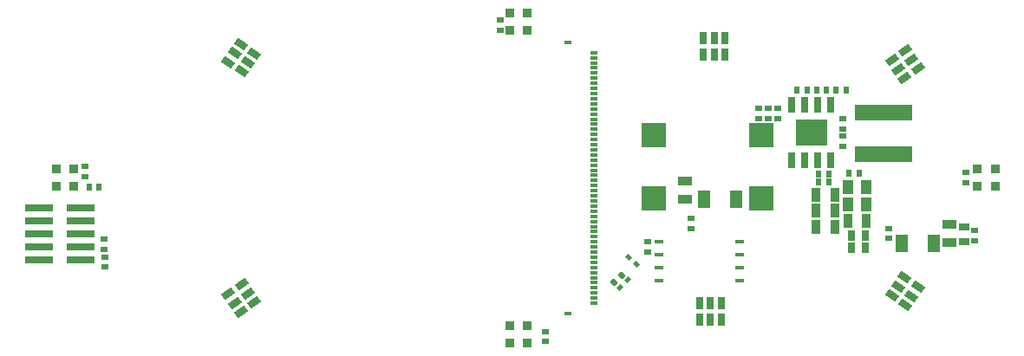
<source format=gbp>
G04*
G04 #@! TF.GenerationSoftware,Altium Limited,Altium Designer,25.7.1 (20)*
G04*
G04 Layer_Color=128*
%FSLAX44Y44*%
%MOMM*%
G71*
G04*
G04 #@! TF.SameCoordinates,0BC58763-356E-4A0F-A031-124E3283D0B1*
G04*
G04*
G04 #@! TF.FilePolarity,Positive*
G04*
G01*
G75*
G04:AMPARAMS|DCode=20|XSize=0.55mm|YSize=0.65mm|CornerRadius=0.055mm|HoleSize=0mm|Usage=FLASHONLY|Rotation=270.000|XOffset=0mm|YOffset=0mm|HoleType=Round|Shape=RoundedRectangle|*
%AMROUNDEDRECTD20*
21,1,0.5500,0.5400,0,0,270.0*
21,1,0.4400,0.6500,0,0,270.0*
1,1,0.1100,-0.2700,-0.2200*
1,1,0.1100,-0.2700,0.2200*
1,1,0.1100,0.2700,0.2200*
1,1,0.1100,0.2700,-0.2200*
%
%ADD20ROUNDEDRECTD20*%
G04:AMPARAMS|DCode=22|XSize=0.55mm|YSize=0.65mm|CornerRadius=0.055mm|HoleSize=0mm|Usage=FLASHONLY|Rotation=0.000|XOffset=0mm|YOffset=0mm|HoleType=Round|Shape=RoundedRectangle|*
%AMROUNDEDRECTD22*
21,1,0.5500,0.5400,0,0,0.0*
21,1,0.4400,0.6500,0,0,0.0*
1,1,0.1100,0.2200,-0.2700*
1,1,0.1100,-0.2200,-0.2700*
1,1,0.1100,-0.2200,0.2700*
1,1,0.1100,0.2200,0.2700*
%
%ADD22ROUNDEDRECTD22*%
G04:AMPARAMS|DCode=26|XSize=0.55mm|YSize=0.65mm|CornerRadius=0.055mm|HoleSize=0mm|Usage=FLASHONLY|Rotation=45.000|XOffset=0mm|YOffset=0mm|HoleType=Round|Shape=RoundedRectangle|*
%AMROUNDEDRECTD26*
21,1,0.5500,0.5400,0,0,45.0*
21,1,0.4400,0.6500,0,0,45.0*
1,1,0.1100,0.3465,-0.0354*
1,1,0.1100,0.0354,-0.3465*
1,1,0.1100,-0.3465,0.0354*
1,1,0.1100,-0.0354,0.3465*
%
%ADD26ROUNDEDRECTD26*%
G04:AMPARAMS|DCode=31|XSize=0.9mm|YSize=1.4mm|CornerRadius=0.09mm|HoleSize=0mm|Usage=FLASHONLY|Rotation=270.000|XOffset=0mm|YOffset=0mm|HoleType=Round|Shape=RoundedRectangle|*
%AMROUNDEDRECTD31*
21,1,0.9000,1.2200,0,0,270.0*
21,1,0.7200,1.4000,0,0,270.0*
1,1,0.1800,-0.6100,-0.3600*
1,1,0.1800,-0.6100,0.3600*
1,1,0.1800,0.6100,0.3600*
1,1,0.1800,0.6100,-0.3600*
%
%ADD31ROUNDEDRECTD31*%
G04:AMPARAMS|DCode=32|XSize=0.7mm|YSize=1mm|CornerRadius=0.07mm|HoleSize=0mm|Usage=FLASHONLY|Rotation=270.000|XOffset=0mm|YOffset=0mm|HoleType=Round|Shape=RoundedRectangle|*
%AMROUNDEDRECTD32*
21,1,0.7000,0.8600,0,0,270.0*
21,1,0.5600,1.0000,0,0,270.0*
1,1,0.1400,-0.4300,-0.2800*
1,1,0.1400,-0.4300,0.2800*
1,1,0.1400,0.4300,0.2800*
1,1,0.1400,0.4300,-0.2800*
%
%ADD32ROUNDEDRECTD32*%
G04:AMPARAMS|DCode=37|XSize=0.7mm|YSize=1mm|CornerRadius=0.07mm|HoleSize=0mm|Usage=FLASHONLY|Rotation=180.000|XOffset=0mm|YOffset=0mm|HoleType=Round|Shape=RoundedRectangle|*
%AMROUNDEDRECTD37*
21,1,0.7000,0.8600,0,0,180.0*
21,1,0.5600,1.0000,0,0,180.0*
1,1,0.1400,-0.2800,0.4300*
1,1,0.1400,0.2800,0.4300*
1,1,0.1400,0.2800,-0.4300*
1,1,0.1400,-0.2800,-0.4300*
%
%ADD37ROUNDEDRECTD37*%
G04:AMPARAMS|DCode=38|XSize=0.9mm|YSize=1.4mm|CornerRadius=0.09mm|HoleSize=0mm|Usage=FLASHONLY|Rotation=180.000|XOffset=0mm|YOffset=0mm|HoleType=Round|Shape=RoundedRectangle|*
%AMROUNDEDRECTD38*
21,1,0.9000,1.2200,0,0,180.0*
21,1,0.7200,1.4000,0,0,180.0*
1,1,0.1800,-0.3600,0.6100*
1,1,0.1800,0.3600,0.6100*
1,1,0.1800,0.3600,-0.6100*
1,1,0.1800,-0.3600,-0.6100*
%
%ADD38ROUNDEDRECTD38*%
%ADD43R,0.8000X0.3000*%
G04:AMPARAMS|DCode=109|XSize=0.7mm|YSize=1.2mm|CornerRadius=0mm|HoleSize=0mm|Usage=FLASHONLY|Rotation=125.000|XOffset=0mm|YOffset=0mm|HoleType=Round|Shape=Rectangle|*
%AMROTATEDRECTD109*
4,1,4,0.6922,0.0574,-0.2907,-0.6309,-0.6922,-0.0574,0.2907,0.6309,0.6922,0.0574,0.0*
%
%ADD109ROTATEDRECTD109*%

%ADD110R,0.7000X1.2000*%
%ADD111R,0.9000X0.9000*%
%ADD112R,1.1500X1.8000*%
G04:AMPARAMS|DCode=113|XSize=0.7mm|YSize=1.2mm|CornerRadius=0mm|HoleSize=0mm|Usage=FLASHONLY|Rotation=55.000|XOffset=0mm|YOffset=0mm|HoleType=Round|Shape=Rectangle|*
%AMROTATEDRECTD113*
4,1,4,0.2907,-0.6309,-0.6922,0.0574,-0.2907,0.6309,0.6922,-0.0574,0.2907,-0.6309,0.0*
%
%ADD113ROTATEDRECTD113*%

%ADD114R,0.8500X0.4500*%
%ADD115R,0.9000X0.9000*%
%ADD116R,2.7900X0.7400*%
%ADD117R,2.4500X2.3500*%
G04:AMPARAMS|DCode=118|XSize=0.5mm|YSize=0.42mm|CornerRadius=0mm|HoleSize=0mm|Usage=FLASHONLY|Rotation=315.000|XOffset=0mm|YOffset=0mm|HoleType=Round|Shape=Rectangle|*
%AMROTATEDRECTD118*
4,1,4,-0.3253,0.0283,-0.0283,0.3253,0.3253,-0.0283,0.0283,-0.3253,-0.3253,0.0283,0.0*
%
%ADD118ROTATEDRECTD118*%

G04:AMPARAMS|DCode=119|XSize=0.5mm|YSize=0.42mm|CornerRadius=0mm|HoleSize=0mm|Usage=FLASHONLY|Rotation=45.000|XOffset=0mm|YOffset=0mm|HoleType=Round|Shape=Rectangle|*
%AMROTATEDRECTD119*
4,1,4,-0.0283,-0.3253,-0.3253,-0.0283,0.0283,0.3253,0.3253,0.0283,-0.0283,-0.3253,0.0*
%
%ADD119ROTATEDRECTD119*%

%ADD120R,3.1000X2.6000*%
%ADD121R,0.6500X1.5250*%
%ADD122R,1.1000X1.4500*%
%ADD123R,5.6000X1.5500*%
%ADD124R,0.8000X0.4000*%
D20*
X929949Y5028D02*
D03*
X661453Y-39538D02*
D03*
X938934Y-61546D02*
D03*
X619438Y-62506D02*
D03*
X519390Y-150152D02*
D03*
X475051Y143972D02*
D03*
X70223Y1201D02*
D03*
X929950Y-4976D02*
D03*
X519392Y-160156D02*
D03*
X89093Y-87284D02*
D03*
X88750Y-60222D02*
D03*
X70222Y11205D02*
D03*
X475050Y153976D02*
D03*
X619439Y-72511D02*
D03*
X727972Y57706D02*
D03*
X855072Y-49342D02*
D03*
X810073Y30654D02*
D03*
X938933Y-51542D02*
D03*
X810072Y40658D02*
D03*
X855073Y-59346D02*
D03*
X810073Y47654D02*
D03*
X810072Y57658D02*
D03*
X746072Y67658D02*
D03*
X746073Y57654D02*
D03*
X737072Y67658D02*
D03*
X737073Y57654D02*
D03*
X727971Y67710D02*
D03*
X661454Y-49542D02*
D03*
X88750Y-70226D02*
D03*
X89093Y-77280D02*
D03*
D22*
X73722Y-9000D02*
D03*
X765046Y85732D02*
D03*
X795998Y-4368D02*
D03*
X795998Y3632D02*
D03*
X815702Y4915D02*
D03*
X825706Y4916D02*
D03*
X785994Y3631D02*
D03*
Y-4369D02*
D03*
X803046Y85732D02*
D03*
X813050Y85733D02*
D03*
X784046Y85732D02*
D03*
X794050Y85733D02*
D03*
X775050D02*
D03*
X83726Y-9000D02*
D03*
D26*
X593729Y-95194D02*
D03*
X586656Y-102268D02*
D03*
D31*
X914022Y-63318D02*
D03*
X656022Y-3318D02*
D03*
X914022Y-45318D02*
D03*
X656022Y-21318D02*
D03*
D32*
X928067Y-62351D02*
D03*
Y-48351D02*
D03*
D37*
X818022Y-56318D02*
D03*
Y-68318D02*
D03*
X832022D02*
D03*
Y-56318D02*
D03*
D38*
X802022Y-48318D02*
D03*
Y-32318D02*
D03*
Y-16318D02*
D03*
X815022Y-42318D02*
D03*
X833022D02*
D03*
X784022Y-16318D02*
D03*
Y-32318D02*
D03*
Y-48318D02*
D03*
D43*
X566572Y-117588D02*
D03*
X566572Y-112588D02*
D03*
Y-122588D02*
D03*
Y-107588D02*
D03*
Y-102588D02*
D03*
Y-97588D02*
D03*
X566572Y-92588D02*
D03*
Y-87588D02*
D03*
X566572Y-82588D02*
D03*
Y-77588D02*
D03*
Y-72588D02*
D03*
Y-67588D02*
D03*
Y-62588D02*
D03*
Y-57588D02*
D03*
X566572Y-52588D02*
D03*
Y-47588D02*
D03*
X566572Y-42588D02*
D03*
Y-37588D02*
D03*
X566572Y-32588D02*
D03*
X566572Y-27588D02*
D03*
Y-22588D02*
D03*
X566572Y-17588D02*
D03*
Y-12588D02*
D03*
Y-7588D02*
D03*
X566572Y-2588D02*
D03*
Y2412D02*
D03*
X566572Y7412D02*
D03*
Y12412D02*
D03*
Y17412D02*
D03*
X566572Y22412D02*
D03*
Y27412D02*
D03*
Y32412D02*
D03*
Y37412D02*
D03*
Y42412D02*
D03*
X566572Y47412D02*
D03*
Y52412D02*
D03*
X566572Y57412D02*
D03*
Y62412D02*
D03*
Y67412D02*
D03*
Y72412D02*
D03*
Y77412D02*
D03*
Y82412D02*
D03*
X566572Y87412D02*
D03*
Y92412D02*
D03*
Y97412D02*
D03*
X566572Y102412D02*
D03*
Y107412D02*
D03*
Y112412D02*
D03*
X566572Y117412D02*
D03*
X566572Y122412D02*
D03*
D109*
X883104Y106871D02*
D03*
X209963Y-113471D02*
D03*
X870818Y124417D02*
D03*
X876961Y115644D02*
D03*
X863855Y106467D02*
D03*
X869998Y97694D02*
D03*
X857712Y115240D02*
D03*
X235356Y-121840D02*
D03*
X223070Y-104294D02*
D03*
X229213Y-113067D02*
D03*
X216106Y-122244D02*
D03*
X222249Y-131017D02*
D03*
D110*
X694842Y136842D02*
D03*
X669965Y-138631D02*
D03*
X673422Y120842D02*
D03*
X694842D02*
D03*
X684132D02*
D03*
Y136842D02*
D03*
X673422D02*
D03*
X691385Y-138631D02*
D03*
X680675D02*
D03*
Y-122631D02*
D03*
X669965D02*
D03*
X691385D02*
D03*
D111*
X941500Y8500D02*
D03*
X58500Y-8500D02*
D03*
X41500Y8500D02*
D03*
X958500Y-8500D02*
D03*
X58500Y8500D02*
D03*
X41500Y-8500D02*
D03*
X958500Y8500D02*
D03*
X941500Y-8500D02*
D03*
D112*
X898750Y-64000D02*
D03*
X867250D02*
D03*
X705772Y-21318D02*
D03*
X674272D02*
D03*
D113*
X870878Y-124199D02*
D03*
X222192Y130781D02*
D03*
X870057Y-97476D02*
D03*
X857771Y-115022D02*
D03*
X863914Y-106249D02*
D03*
X877021Y-115426D02*
D03*
X883164Y-106653D02*
D03*
X209906Y113235D02*
D03*
X216049Y122008D02*
D03*
X229156Y112831D02*
D03*
X235299Y121604D02*
D03*
X223013Y104058D02*
D03*
D114*
X630250Y-62450D02*
D03*
X709250Y-100550D02*
D03*
X709250Y-62450D02*
D03*
X709250Y-75150D02*
D03*
X709250Y-87850D02*
D03*
X630250Y-100550D02*
D03*
Y-87850D02*
D03*
X630250Y-75150D02*
D03*
D115*
X502000Y-144348D02*
D03*
X485000Y144350D02*
D03*
X502000Y161350D02*
D03*
X485000Y-161348D02*
D03*
X502000D02*
D03*
X485000Y-144348D02*
D03*
Y161350D02*
D03*
X502000Y144350D02*
D03*
D116*
X24650Y-80400D02*
D03*
Y-29600D02*
D03*
X24650Y-55000D02*
D03*
X24650Y-67700D02*
D03*
X65350Y-42300D02*
D03*
Y-80400D02*
D03*
Y-67700D02*
D03*
X65350Y-55000D02*
D03*
X24650Y-42300D02*
D03*
X65350Y-29600D02*
D03*
D117*
X625022Y41682D02*
D03*
X730022D02*
D03*
Y-20318D02*
D03*
X625022D02*
D03*
D118*
X607962Y-84712D02*
D03*
X600538Y-77288D02*
D03*
D119*
X599761Y-99422D02*
D03*
X592336Y-106846D02*
D03*
D120*
X779022Y44682D02*
D03*
D121*
X798072Y17562D02*
D03*
X759972D02*
D03*
Y71802D02*
D03*
X772672Y71802D02*
D03*
X785372Y71802D02*
D03*
X798072Y71802D02*
D03*
X772672Y17562D02*
D03*
X785372D02*
D03*
D122*
X815022Y-26318D02*
D03*
Y-9318D02*
D03*
X833022D02*
D03*
Y-26318D02*
D03*
D123*
X850022Y63932D02*
D03*
Y23432D02*
D03*
D124*
X541572Y-132588D02*
D03*
Y132412D02*
D03*
M02*

</source>
